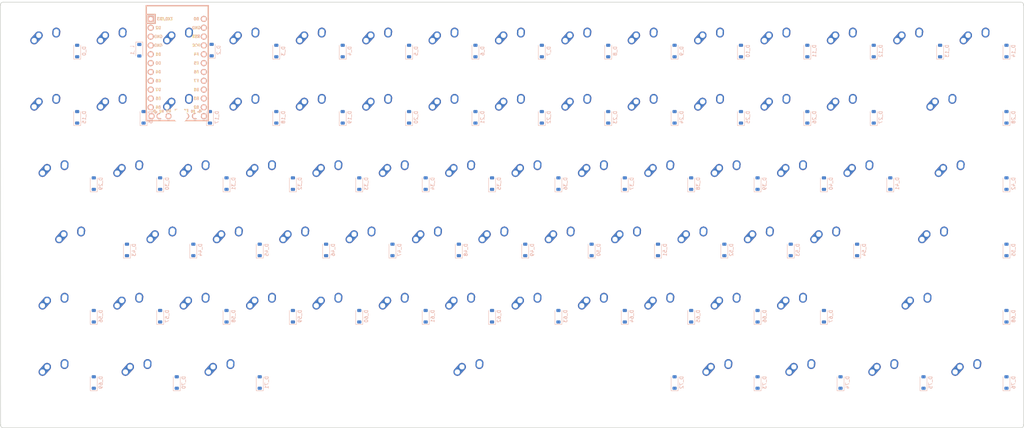
<source format=kicad_pcb>
(kicad_pcb (version 20221018) (generator pcbnew)
  (layers (0 "F.Cu" signal) (31 "B.Cu" signal) (34 "B.Paste" user) (35 "F.Paste" user) (36 "B.SilkS" user "B.Silkscreen") (37 "F.SilkS" user "F.Silkscreen") (38 "B.Mask" user) (39 "F.Mask" user) (44 "Edge.Cuts" user))
  (net 0 "")
  (net 1 "col0")
  (net 2 "col1")
  (net 3 "col2")
  (net 4 "col3")
  (net 5 "col4")
  (net 6 "col5")
  (net 7 "col6")
  (net 8 "col7")
  (net 9 "col8")
  (net 10 "col9")
  (net 11 "col10")
  (net 12 "col11")
  (net 13 "col12")
  (net 14 "col13")
  (net 15 "col14")
  (net 16 "row0")
  (net 17 "row1")
  (net 18 "row2")
  (net 19 "row3")
  (net 20 "row4")
  (net 21 "row5")
  (net 22 "Net-(D_0-A)")
  (net 23 "Net-(D_1-A)")
  (net 24 "Net-(D_2-A)")
  (net 25 "Net-(D_3-A)")
  (net 26 "Net-(D_4-A)")
  (net 27 "Net-(D_5-A)")
  (net 28 "Net-(D_6-A)")
  (net 29 "Net-(D_7-A)")
  (net 30 "Net-(D_8-A)")
  (net 31 "Net-(D_9-A)")
  (net 32 "Net-(D_10-A)")
  (net 33 "Net-(D_11-A)")
  (net 34 "Net-(D_12-A)")
  (net 35 "Net-(D_13-A)")
  (net 36 "Net-(D_14-A)")
  (net 37 "Net-(D_15-A)")
  (net 38 "Net-(D_16-A)")
  (net 39 "Net-(D_17-A)")
  (net 40 "Net-(D_18-A)")
  (net 41 "Net-(D_19-A)")
  (net 42 "Net-(D_20-A)")
  (net 43 "Net-(D_21-A)")
  (net 44 "Net-(D_22-A)")
  (net 45 "Net-(D_23-A)")
  (net 46 "Net-(D_24-A)")
  (net 47 "Net-(D_25-A)")
  (net 48 "Net-(D_26-A)")
  (net 49 "Net-(D_27-A)")
  (net 50 "Net-(D_28-A)")
  (net 51 "Net-(D_29-A)")
  (net 52 "Net-(D_30-A)")
  (net 53 "Net-(D_31-A)")
  (net 54 "Net-(D_32-A)")
  (net 55 "Net-(D_33-A)")
  (net 56 "Net-(D_34-A)")
  (net 57 "Net-(D_35-A)")
  (net 58 "Net-(D_36-A)")
  (net 59 "Net-(D_37-A)")
  (net 60 "Net-(D_38-A)")
  (net 61 "Net-(D_39-A)")
  (net 62 "Net-(D_40-A)")
  (net 63 "Net-(D_41-A)")
  (net 64 "Net-(D_42-A)")
  (net 65 "Net-(D_43-A)")
  (net 66 "Net-(D_44-A)")
  (net 67 "Net-(D_45-A)")
  (net 68 "Net-(D_46-A)")
  (net 69 "Net-(D_47-A)")
  (net 70 "Net-(D_48-A)")
  (net 71 "Net-(D_49-A)")
  (net 72 "Net-(D_50-A)")
  (net 73 "Net-(D_51-A)")
  (net 74 "Net-(D_52-A)")
  (net 75 "Net-(D_53-A)")
  (net 76 "Net-(D_54-A)")
  (net 77 "Net-(D_55-A)")
  (net 78 "Net-(D_56-A)")
  (net 79 "Net-(D_57-A)")
  (net 80 "Net-(D_58-A)")
  (net 81 "Net-(D_59-A)")
  (net 82 "Net-(D_60-A)")
  (net 83 "Net-(D_61-A)")
  (net 84 "Net-(D_62-A)")
  (net 85 "Net-(D_63-A)")
  (net 86 "Net-(D_64-A)")
  (net 87 "Net-(D_65-A)")
  (net 88 "Net-(D_66-A)")
  (net 89 "Net-(D_67-A)")
  (net 90 "Net-(D_68-A)")
  (net 91 "Net-(D_69-A)")
  (net 92 "Net-(D_70-A)")
  (net 93 "Net-(D_71-A)")
  (net 94 "Net-(D_72-A)")
  (net 95 "Net-(D_73-A)")
  (net 96 "Net-(D_74-A)")
  (net 97 "Net-(D_75-A)")
  (net 98 "Net-(D_76-A)")
  (footprint "MX_Alps_Hybrid:MX-1U-NoLED" (layer "F.Cu") (at 258.79375 121.475)
    (fp_text reference "K_53")
    (fp_text value "KEYSW")
  )
  (footprint "MX_Alps_Hybrid:MX-1U-NoLED" (layer "F.Cu") (at 134.96875 102.425)
    (fp_text reference "K_33")
    (fp_text value "KEYSW")
  )
  (footprint "MX_Alps_Hybrid:MX-1U-NoLED" (layer "F.Cu") (at 282.60625 83.375)
    (fp_text reference "K_27")
    (fp_text value "KEYSW")
  )
  (footprint "MX_Alps_Hybrid:MX-1U-NoLED" (layer "F.Cu") (at 244.50625 64.325)
    (fp_text reference "K_10")
    (fp_text value "KEYSW")
  )
  (footprint "MX_Alps_Hybrid:MX-1U-NoLED" (layer "F.Cu") (at 96.86875 140.525)
    (fp_text reference "K_58")
    (fp_text value "KEYSW")
  )
  (footprint "MX_Alps_Hybrid:MX-1U-NoLED" (layer "F.Cu") (at 249.26875 140.525)
    (fp_text reference "K_66")
    (fp_text value "KEYSW")
  )
  (footprint "MX_Alps_Hybrid:MX-1U-NoLED" (layer "F.Cu") (at 77.81875 102.425)
    (fp_text reference "K_30")
    (fp_text value "KEYSW")
  )
  (footprint "MX_Alps_Hybrid:MX-1U-NoLED" (layer "F.Cu") (at 54.00625 83.375)
    (fp_text reference "K_15")
    (fp_text value "KEYSW")
  )
  (footprint "MX_Alps_Hybrid:MX-1U-NoLED" (layer "F.Cu") (at 206.40625 83.375)
    (fp_text reference "K_23")
    (fp_text value "KEYSW")
  )
  (footprint "MX_Alps_Hybrid:MX-1U-NoLED" (layer "F.Cu") (at 263.55625 83.375)
    (fp_text reference "K_26")
    (fp_text value "KEYSW")
  )
  (footprint "MX_Alps_Hybrid:MX-1U-NoLED" (layer "F.Cu") (at 320.70625 64.325)
    (fp_text reference "K_14")
    (fp_text value "KEYSW")
  )
  (footprint "MX_Alps_Hybrid:MX-1U-NoLED" (layer "F.Cu") (at 168.30625 64.325)
    (fp_text reference "K_6")
    (fp_text value "KEYSW")
  )
  (footprint "MX_Alps_Hybrid:MX-1.75U-NoLED" (layer "F.Cu") (at 313.5625 102.425)
    (fp_text reference "K_42")
    (fp_text value "KEYSW")
  )
  (footprint "MX_Alps_Hybrid:MX-1.25U-NoLED" (layer "F.Cu") (at 270.7 159.575)
    (fp_text reference "K_74")
    (fp_text value "KEYSW")
  )
  (footprint "MX_Alps_Hybrid:MX-1U-NoLED" (layer "F.Cu") (at 201.64375 121.475)
    (fp_text reference "K_50")
    (fp_text value "KEYSW")
  )
  (footprint "MX_Alps_Hybrid:MX-1U-NoLED" (layer "F.Cu") (at 249.26875 102.425)
    (fp_text reference "K_39")
    (fp_text value "KEYSW")
  )
  (footprint "MX_Alps_Hybrid:MX-1U-NoLED" (layer "F.Cu") (at 192.11875 102.425)
    (fp_text reference "K_36")
    (fp_text value "KEYSW")
  )
  (footprint "MX_Alps_Hybrid:MX-1U-NoLED" (layer "F.Cu") (at 282.60625 64.325)
    (fp_text reference "K_12")
    (fp_text value "KEYSW")
  )
  (footprint "MX_Alps_Hybrid:MX-1.25U-NoLED" (layer "F.Cu") (at 246.8875 159.575)
    (fp_text reference "K_73")
    (fp_text value "KEYSW")
  )
  (footprint "MX_Alps_Hybrid:MX-1.25U-NoLED" (layer "F.Cu") (at 80.2 159.575)
    (fp_text reference "K_70")
    (fp_text value "KEYSW")
  )
  (footprint "MX_Alps_Hybrid:MX-1.75U-NoLED" (layer "F.Cu") (at 61.15 121.475)
    (fp_text reference "K_43")
    (fp_text value "KEYSW")
  )
  (footprint "MX_Alps_Hybrid:MX-1U-NoLED" (layer "F.Cu") (at 225.45625 83.375)
    (fp_text reference "K_24")
    (fp_text value "KEYSW")
  )
  (footprint "MX_Alps_Hybrid:MX-1U-NoLED" (layer "F.Cu") (at 239.74375 121.475)
    (fp_text reference "K_52")
    (fp_text value "KEYSW")
  )
  (footprint "MX_Alps_Hybrid:MX-1U-NoLED" (layer "F.Cu") (at 163.54375 121.475)
    (fp_text reference "K_48")
    (fp_text value "KEYSW")
  )
  (footprint "MX_Alps_Hybrid:MX-1U-NoLED" (layer "F.Cu") (at 277.84375 121.475)
    (fp_text reference "K_54")
    (fp_text value "KEYSW")
  )
  (footprint "MX_Alps_Hybrid:MX-1U-NoLED" (layer "F.Cu") (at 192.11875 140.525)
    (fp_text reference "K_63")
    (fp_text value "KEYSW")
  )
  (footprint "Keebio-Parts:Elite-C" (layer "F.Cu") (at 91.258725 69.571555 -90)
    (fp_text reference "U1" hide)
    (fp_text value "Elite-C" hide)
  )
  (footprint "MX_Alps_Hybrid:MX-1U-NoLED" (layer "F.Cu") (at 115.91875 102.425)
    (fp_text reference "K_32")
    (fp_text value "KEYSW")
  )
  (footprint "MX_Alps_Hybrid:MX-1U-NoLED" (layer "F.Cu") (at 115.91875 140.525)
    (fp_text reference "K_59")
    (fp_text value "KEYSW")
  )
  (footprint "MX_Alps_Hybrid:MX-1U-NoLED" (layer "F.Cu") (at 187.35625 64.325)
    (fp_text reference "K_7")
    (fp_text value "KEYSW")
  )
  (footprint "MX_Alps_Hybrid:MX-6.25U-NoLED" (layer "F.Cu") (at 175.45 159.575)
    (fp_text reference "K_72")
    (fp_text value "KEYSW")
  )
  (footprint "MX_Alps_Hybrid:MX-1U-NoLED" (layer "F.Cu") (at 125.44375 121.475)
    (fp_text reference "K_46")
    (fp_text value "KEYSW")
  )
  (footprint "MX_Alps_Hybrid:MX-1.25U-NoLED" (layer "F.Cu") (at 56.3875 102.425)
    (fp_text reference "K_29")
    (fp_text value "KEYSW")
  )
  (footprint "MX_Alps_Hybrid:MX-1U-NoLED" (layer "F.Cu") (at 225.45625 64.325)
    (fp_text reference "K_9")
    (fp_text value "KEYSW")
  )
  (footprint "MX_Alps_Hybrid:MX-1U-NoLED" (layer "F.Cu") (at 134.96875 140.525)
    (fp_text reference "K_60")
    (fp_text value "KEYSW")
  )
  (footprint "MX_Alps_Hybrid:MX-1U-NoLED" (layer "F.Cu") (at 268.31875 102.425)
    (fp_text reference "K_40")
    (fp_text value "KEYSW")
  )
  (footprint "MX_Alps_Hybrid:MX-1U-NoLED" (layer "F.Cu") (at 92.10625 64.325)
    (fp_text reference "K_2")
    (fp_text value "KEYSW")
  )
  (footprint "MX_Alps_Hybrid:MX-1U-NoLED" (layer "F.Cu") (at 96.86875 102.425)
    (fp_text reference "K_31")
    (fp_text value "KEYSW")
  )
  (footprint "MX_Alps_Hybrid:MX-1U-NoLED" (layer "F.Cu") (at 168.30625 83.375)
    (fp_text reference "K_21")
    (fp_text value "KEYSW")
  )
  (footprint "MX_Alps_Hybrid:MX-1U-NoLED" (layer "F.Cu") (at 244.50625 83.375)
    (fp_text reference "K_25")
    (fp_text value "KEYSW")
  )
  (footprint "MX_Alps_Hybrid:MX-1U-NoLED" (layer "F.Cu") (at 111.15625 83.375)
    (fp_text reference "K_18")
    (fp_text value "KEYSW")
  )
  (footprint "MX_Alps_Hybrid:MX-1U-NoLED" (layer "F.Cu") (at 211.16875 102.425)
    (fp_text reference "K_37")
    (fp_text value "KEYSW")
  )
  (footprint "MX_Alps_Hybrid:MX-1U-NoLED" (layer "F.Cu") (at 77.81875 140.525)
    (fp_text reference "K_57")
    (fp_text value "KEYSW")
  )
  (footprint "MX_Alps_Hybrid:MX-1U-NoLED" (layer "F.Cu") (at 268.31875 140.525)
    (fp_text reference "K_67")
    (fp_text value "KEYSW")
  )
  (footprint "MX_Alps_Hybrid:MX-1U-NoLED" (layer "F.Cu") (at 154.01875 102.425)
    (fp_text reference "K_34")
    (fp_text value "KEYSW")
  )
  (footprint "MX_Alps_Hybrid:MX-1U-NoLED" (layer "F.Cu") (at 263.55625 64.325)
    (fp_text reference "K_11")
    (fp_text value "KEYSW")
  )
  (footprint "MX_Alps_Hybrid:MX-1.25U-NoLED" (layer "F.Cu") (at 56.3875 159.575)
    (fp_text reference "K_69")
    (fp_text value "KEYSW")
  )
  (footprint "MX_Alps_Hybrid:MX-1U-NoLED" (layer "F.Cu") (at 230.21875 102.425)
    (fp_text reference "K_38")
    (fp_text value "KEYSW")
  )
  (footprint "MX_Alps_Hybrid:MX-1U-NoLED" (layer "F.Cu") (at 111.15625 64.325)
    (fp_text reference "K_3")
    (fp_text value "KEYSW")
  )
  (footprint "MX_Alps_Hybrid:MX-1U-NoLED" (layer "F.Cu") (at 173.06875 102.425)
    (fp_text reference "K_35")
    (fp_text value "KEYSW")
  )
  (footprint "MX_Alps_Hybrid:MX-1.25U-NoLED" (layer "F.Cu") (at 318.325 159.575)
    (fp_text reference "K_76")
    (fp_text value "KEYSW")
  )
  (footprint "MX_Alps_Hybrid:MX-1U-NoLED" (layer "F.Cu") (at 301.65625 64.325)
    (fp_text reference "K_13")
    (fp_text value "KEYSW")
  )
  (footprint "MX_Alps_Hybrid:MX-1U-NoLED" (layer "F.Cu") (at 220.69375 121.475)
    (fp_text reference "K_51")
    (fp_text value "KEYSW")
  )
  (footprint "MX_Alps_Hybrid:MX-2.75U-NoLED" (layer "F.Cu") (at 304.0375 140.525)
    (fp_text reference "K_68")
    (fp_text value "KEYSW")
  )
  (footprint "MX_Alps_Hybrid:MX-1.25U-NoLED" (layer "F.Cu") (at 104.0125 159.575)
    (fp_text reference "K_71")
    (fp_text value "KEYSW")
  )
  (footprint "MX_Alps_Hybrid:MX-1U-NoLED" (layer "F.Cu") (at 149.25625 83.375)
    (fp_text reference "K_20")
    (fp_text value "KEYSW")
  )
  (footprint "MX_Alps_Hybrid:MX-1U-NoLED" (layer "F.Cu") (at 73.05625 83.375)
    (fp_text reference "K_16")
    (fp_text value "KEYSW")
  )
  (footprint "MX_Alps_Hybrid:MX-1U-NoLED" (layer "F.Cu") (at 144.49375 121.475)
    (fp_text reference "K_47")
    (fp_text value "KEYSW")
  )
  (footprint "MX_Alps_Hybrid:MX-1U-NoLED" (layer "F.Cu") (at 154.01875 140.525)
    (fp_text reference "K_61")
    (fp_text value "KEYSW")
  )
  (footprint "MX_Alps_Hybrid:MX-1U-NoLED" (layer "F.Cu") (at 182.59375 121.475)
    (fp_text reference "K_49")
    (fp_text value "KEYSW")
  )
  (footprint "MX_Alps_Hybrid:MX-1U-NoLED" (layer "F.Cu") (at 206.40625 64.325)
    (fp_text reference "K_8")
    (fp_text value "KEYSW")
  )
  (footprint "MX_Alps_Hybrid:MX-1U-NoLED" (layer "F.Cu") (at 130.20625 64.325)
    (fp_text reference "K_4")
    (fp_text value "KEYSW")
  )
  (footprint "MX_Alps_Hybrid:MX-1.25U-NoLED" (layer "F.Cu") (at 56.3875 140.525)
    (fp_text reference "K_56")
    (fp_text value "KEYSW")
  )
  (footprint "MX_Alps_Hybrid:MX-1U-NoLED" (layer "F.Cu") (at 54.00625 64.325)
    (fp_text reference "K_0")
    (fp_text value "KEYSW")
  )
  (footprint "MX_Alps_Hybrid:MX-1U-NoLED" (layer "F.Cu") (at 106.39375 121.475)
    (fp_text reference "K_45")
    (fp_text value "KEYSW")
  )
  (footprint "MX_Alps_Hybrid:MX-1U-NoLED" (layer "F.Cu") (at 87.34375 121.475)
    (fp_text reference "K_44")
    (fp_text value "KEYSW")
  )
  (footprint "MX_Alps_Hybrid:MX-1U-NoLED" (layer "F.Cu") (at 73.05625 64.325)
    (fp_text reference "K_1")
    (fp_text value "KEYSW")
  )
  (footprint "MX_Alps_Hybrid:MX-1U-NoLED" (layer "F.Cu") (at 92.10625 83.375)
    (fp_text reference "K_17")
    (fp_text value "KEYSW")
  )
  (footprint "MX_Alps_Hybrid:MX-1U-NoLED" (layer "F.Cu") (at 230.21875 140.525)
    (fp_text reference "K_65")
    (fp_text value "KEYSW")
  )
  (footprint "MX_Alps_Hybrid:MX-1U-NoLED" (layer "F.Cu") (at 149.25625 64.325)
    (fp_text reference "K_5")
    (fp_text value "KEYSW")
  )
  (footprint "MX_Alps_Hybrid:MX-1.25U-NoLED" (layer "F.Cu") (at 294.5125 159.575)
    (fp_text reference "K_75")
    (fp_text value "KEYSW")
  )
  (footprint "MX_Alps_Hybrid:MX-1U-NoLED" (layer "F.Cu") (at 130.20625 83.375)
    (fp_text reference "K_19")
    (fp_text value "KEYSW")
  )
  (footprint "MX_Alps_Hybrid:MX-1U-NoLED" (layer "F.Cu") (at 187.35625 83.375)
    (fp_text reference "K_22")
    (fp_text value "KEYSW")
  )
  (footprint "MX_Alps_Hybrid:MX-2U-NoLED" (layer "F.Cu") (at 311.18125 83.375)
    (fp_text reference "K_28")
    (fp_text value "KEYSW")
  )
  (footprint "MX_Alps_Hybrid:MX-2.25U-NoLED" (layer "F.Cu") (at 308.8 121.475)
    (fp_text reference "K_55")
    (fp_text value "KEYSW")
  )
  (footprint "MX_Alps_Hybrid:MX-1U-NoLED" (layer "F.Cu") (at 173.06875 140.525)
    (fp_text reference "K_62")
    (fp_text value "KEYSW")
  )
  (footprint "MX_Alps_Hybrid:MX-1U-NoLED" (layer "F.Cu") (at 211.16875 140.525)
    (fp_text reference "K_64")
    (fp_text value "KEYSW")
  )
  (footprint "MX_Alps_Hybrid:MX-1U-NoLED" (layer "F.Cu") (at 287.36875 102.425)
    (fp_text reference "K_41")
    (fp_text value "KEYSW")
  )
  (footprint "Diode_SMD:D_SOD-123" (layer "B.Cu") (at 119.68125 83.875 90)
    (fp_text reference "D_18")
    (fp_text value "D")
  )
  (footprint "Diode_SMD:D_SOD-123" (layer "B.Cu") (at 295.89375 102.925 90)
    (fp_text reference "D_41")
    (fp_text value "D")
  )
  (footprint "Diode_SMD:D_SOD-123" (layer "B.Cu") (at 100.63125 83.875 90)
    (fp_text reference "D_17")
    (fp_text value "D")
  )
  (footprint "Diode_SMD:D_SOD-123" (layer "B.Cu") (at 276.84375 141.025 90)
    (fp_text reference "D_67")
    (fp_text value "D")
  )
  (footprint "Diode_SMD:D_SOD-123" (layer "B.Cu") (at 229.21875 121.975 90)
    (fp_text reference "D_51")
    (fp_text value "D")
  )
  (footprint "Diode_SMD:D_SOD-123" (layer "B.Cu") (at 138.73125 83.875 90)
    (fp_text reference "D_19")
    (fp_text value "D")
  )
  (footprint "Diode_SMD:D_SOD-123" (layer "B.Cu") (at 272.08125 83.875 90)
    (fp_text reference "D_26")
    (fp_text value "D")
  )
  (footprint "Diode_SMD:D_SOD-123" (layer "B.Cu") (at 162.54375 141.025 90)
    (fp_text reference "D_61")
    (fp_text value "D")
  )
  (footprint "Diode_SMD:D_SOD-123" (layer "B.Cu") (at 133.96875 121.975 90)
    (fp_text reference "D_46")
    (fp_text value "D")
  )
  (footprint "Diode_SMD:D_SOD-123" (layer "B.Cu") (at 181.59375 102.925 90)
    (fp_text reference "D_35")
    (fp_text value "D")
  )
  (footprint "Diode_SMD:D_SOD-123" (layer "B.Cu") (at 329.23125 141.025 90)
    (fp_text reference "D_68")
    (fp_text value "D")
  )
  (footprint "Diode_SMD:D_SOD-123" (layer "B.Cu") (at 291.13125 64.825 90)
    (fp_text reference "D_12")
    (fp_text value "D")
  )
  (footprint "Diode_SMD:D_SOD-123" (layer "B.Cu") (at 195.88125 64.825 90)
    (fp_text reference "D_7")
    (fp_text value "D")
  )
  (footprint "Diode_SMD:D_SOD-123" (layer "B.Cu") (at 153.01875 121.975 90)
    (fp_text reference "D_47")
    (fp_text value "D")
  )
  (footprint "Diode_SMD:D_SOD-123" (layer "B.Cu") (at 257.79375 160.075 90)
    (fp_text reference "D_73")
    (fp_text value "D")
  )
  (footprint "Diode_SMD:D_SOD-123" (layer "B.Cu") (at 233.98125 64.825 90)
    (fp_text reference "D_9")
    (fp_text value "D")
  )
  (footprint "Diode_SMD:D_SOD-123" (layer "B.Cu") (at 101.123538 64.555764 90)
    (fp_text reference "D_2")
    (fp_text value "D")
  )
  (footprint "Diode_SMD:D_SOD-123" (layer "B.Cu") (at 80.368869 64.595147 -90)
    (fp_text reference "D_1")
    (fp_text value "D")
  )
  (footprint "Diode_SMD:D_SOD-123" (layer "B.Cu") (at 200.64375 102.925 90)
    (fp_text reference "D_36")
    (fp_text value "D")
  )
  (footprint "Diode_SMD:D_SOD-123" (layer "B.Cu") (at 181.59375 141.025 90)
    (fp_text reference "D_62")
    (fp_text value "D")
  )
  (footprint "Diode_SMD:D_SOD-123" (layer "B.Cu") (at 267.31875 121.975 90)
    (fp_text reference "D_53")
    (fp_text value "D")
  )
  (footprint "Diode_SMD:D_SOD-123" (layer "B.Cu") (at 76.81875 121.975 90)
    (fp_text reference "D_43")
    (fp_text value "D")
  )
  (footprint "Diode_SMD:D_SOD-123" (layer "B.Cu") (at 281.60625 160.075 90)
    (fp_text reference "D_74")
    (fp_text value "D")
  )
  (footprint "Diode_SMD:D_SOD-123" (layer "B.Cu") (at 62.53125 83.875 90)
    (fp_text reference "D_15")
    (fp_text value "D")
  )
  (footprint "Diode_SMD:D_SOD-123" (layer "B.Cu") (at 105.39375 141.025 90)
    (fp_text reference "D_58")
    (fp_text value "D")
  )
  (footprint "Diode_SMD:D_SOD-123" (layer "B.Cu") (at 257.79375 102.925 90)
    (fp_text reference "D_39")
    (fp_text value "D")
  )
  (footprint "Diode_SMD:D_SOD-123" (layer "B.Cu") (at 138.73125 64.825 90)
    (fp_text reference "D_4")
    (fp_text value "D")
  )
  (footprint "Diode_SMD:D_SOD-123" (layer "B.Cu") (at 233.98125 83.875 90)
    (fp_text reference "D_24")
    (fp_text value "D")
  )
  (footprint "Diode_SMD:D_SOD-123" (layer "B.Cu") (at 257.79375 141.025 90)
    (fp_text reference "D_66")
    (fp_text value "D")
  )
  (footprint "Diode_SMD:D_SOD-123" (layer "B.Cu") (at 238.74375 141.025 90)
    (fp_text reference "D_65")
    (fp_text value "D")
  )
  (footprint "Diode_SMD:D_SOD-123" (layer "B.Cu") (at 105.39375 102.925 90)
    (fp_text reference "D_31")
    (fp_text value "D")
  )
  (footprint "Diode_SMD:D_SOD-123" (layer "B.Cu") (at 143.49375 141.025 90)
    (fp_text reference "D_60")
    (fp_text value "D")
  )
  (footprint "Diode_SMD:D_SOD-123" (layer "B.Cu") (at 291.13125 83.875 90)
    (fp_text reference "D_27")
    (fp_text value "D")
  )
  (footprint "Diode_SMD:D_SOD-123" (layer "B.Cu") (at 238.74375 102.925 90)
    (fp_text reference "D_38")
    (fp_text value "D")
  )
  (footprint "Diode_SMD:D_SOD-123" (layer "B.Cu") (at 95.86875 121.975 90)
    (fp_text reference "D_44")
    (fp_text value "D")
  )
  (footprint "Diode_SMD:D_SOD-123" (layer "B.Cu") (at 124.44375 141.025 90)
    (fp_text reference "D_59")
    (fp_text value "D")
  )
  (footprint "Diode_SMD:D_SOD-123" (layer "B.Cu") (at 210.16875 121.975 90)
    (fp_text reference "D_50")
    (fp_text value "D")
  )
  (footprint "Diode_SMD:D_SOD-123" (layer "B.Cu") (at 214.93125 64.825 90)
    (fp_text reference "D_8")
    (fp_text value "D")
  )
  (footprint "Diode_SMD:D_SOD-123" (layer "B.Cu") (at 276.84375 102.925 90)
    (fp_text reference "D_40")
    (fp_text value "D")
  )
  (footprint "Diode_SMD:D_SOD-123" (layer "B.Cu") (at 191.11875 121.975 90)
    (fp_text reference "D_49")
    (fp_text value "D")
  )
  (footprint "Diode_SMD:D_SOD-123" (layer "B.Cu") (at 219.69375 102.925 90)
    (fp_text reference "D_37")
    (fp_text value "D")
  )
  (footprint "Diode_SMD:D_SOD-123" (layer "B.Cu") (at 91.10625 160.075 90)
    (fp_text reference "D_70")
    (fp_text value "D")
  )
  (footprint "Diode_SMD:D_SOD-123" (layer "B.Cu") (at 195.88125 83.875 90)
    (fp_text reference "D_22")
    (fp_text value "D")
  )
  (footprint "Diode_SMD:D_SOD-123" (layer "B.Cu") (at 329.23125 160.075 90)
    (fp_text reference "D_76")
    (fp_text value "D")
  )
  (footprint "Diode_SMD:D_SOD-123" (layer "B.Cu") (at 219.69375 141.025 90)
    (fp_text reference "D_64")
    (fp_text value "D")
  )
  (footprint "Diode_SMD:D_SOD-123" (layer "B.Cu") (at 176.83125 64.825 90)
    (fp_text reference "D_6")
    (fp_text value "D")
  )
  (footprint "Diode_SMD:D_SOD-123" (layer "B.Cu") (at 329.23125 64.825 90)
    (fp_text reference "D_14")
    (fp_text value "D")
  )
  (footprint "Diode_SMD:D_SOD-123" (layer "B.Cu") (at 214.93125 83.875 90)
    (fp_text reference "D_23")
    (fp_text value "D")
  )
  (footprint "Diode_SMD:D_SOD-123" (layer "B.Cu") (at 286.36875 121.975 90)
    (fp_text reference "D_54")
    (fp_text value "D")
  )
  (footprint "Diode_SMD:D_SOD-123" (layer "B.Cu") (at 329.23125 102.925 90)
    (fp_text reference "D_42")
    (fp_text value "D")
  )
  (footprint "Diode_SMD:D_SOD-123" (layer "B.Cu") (at 157.78125 83.875 90)
    (fp_text reference "D_20")
    (fp_text value "D")
  )
  (footprint "Diode_SMD:D_SOD-123" (layer "B.Cu") (at 157.78125 64.825 90)
    (fp_text reference "D_5")
    (fp_text value "D")
  )
  (footprint "Diode_SMD:D_SOD-123" (layer "B.Cu") (at 253.03125 64.825 90)
    (fp_text reference "D_10")
    (fp_text value "D")
  )
  (footprint "Diode_SMD:D_SOD-123" (layer "B.Cu") (at 67.29375 102.925 90)
    (fp_text reference "D_29")
    (fp_text value "D")
  )
  (footprint "Diode_SMD:D_SOD-123" (layer "B.Cu") (at 114.91875 121.975 90)
    (fp_text reference "D_45")
    (fp_text value "D")
  )
  (footprint "Diode_SMD:D_SOD-123" (layer "B.Cu") (at 62.53125 64.825 90)
    (fp_text reference "D_0")
    (fp_text value "D")
  )
  (footprint "Diode_SMD:D_SOD-123" (layer "B.Cu") (at 172.06875 121.975 90)
    (fp_text reference "D_48")
    (fp_text value "D")
  )
  (footprint "Diode_SMD:D_SOD-123" (layer "B.Cu") (at 200.64375 141.025 90)
    (fp_text reference "D_63")
    (fp_text value "D")
  )
  (footprint "Diode_SMD:D_SOD-123" (layer "B.Cu") (at 329.23125 83.875 90)
    (fp_text reference "D_28")
    (fp_text value "D")
  )
  (footprint "Diode_SMD:D_SOD-123" (layer "B.Cu") (at 81.58125 83.875 90)
    (fp_text reference "D_16")
    (fp_text value "D")
  )
  (footprint "Diode_SMD:D_SOD-123" (layer "B.Cu") (at 114.91875 160.075 90)
    (fp_text reference "D_71")
    (fp_text value "D")
  )
  (footprint "Diode_SMD:D_SOD-123" (layer "B.Cu") (at 119.68125 64.825 90)
    (fp_text reference "D_3")
    (fp_text value "D")
  )
  (footprint "Diode_SMD:D_SOD-123" (layer "B.Cu") (at 310.18125 64.825 90)
    (fp_text reference "D_13")
    (fp_text value "D")
  )
  (footprint "Diode_SMD:D_SOD-123" (layer "B.Cu") (at 124.44375 102.925 90)
    (fp_text reference "D_32")
    (fp_text value "D")
  )
  (footprint "Diode_SMD:D_SOD-123" (layer "B.Cu") (at 86.34375 102.925 90)
    (fp_text reference "D_30")
    (fp_text value "D")
  )
  (footprint "Diode_SMD:D_SOD-123" (layer "B.Cu") (at 67.29375 141.025 90)
    (fp_text reference "D_56")
    (fp_text value "D")
  )
  (footprint "Diode_SMD:D_SOD-123" (layer "B.Cu") (at 143.49375 102.925 90)
    (fp_text reference "D_33")
    (fp_text value "D")
  )
  (footprint "Diode_SMD:D_SOD-123" (layer "B.Cu") (at 86.34375 141.025 90)
    (fp_text reference "D_57")
    (fp_text value "D")
  )
  (footprint "Diode_SMD:D_SOD-123" (layer "B.Cu") (at 329.23125 121.975 90)
    (fp_text reference "D_55")
    (fp_text value "D")
  )
  (footprint "Diode_SMD:D_SOD-123" (layer "B.Cu") (at 253.03125 83.875 90)
    (fp_text reference "D_25")
    (fp_text value "D")
  )
  (footprint "Diode_SMD:D_SOD-123" (layer "B.Cu") (at 162.54375 102.925 90)
    (fp_text reference "D_34")
    (fp_text value "D")
  )
  (footprint "Diode_SMD:D_SOD-123" (layer "B.Cu") (at 272.08125 64.825 90)
    (fp_text reference "D_11")
    (fp_text value "D")
  )
  (footprint "Diode_SMD:D_SOD-123" (layer "B.Cu") (at 233.98125 160.075 90)
    (fp_text reference "D_72")
    (fp_text value "D")
  )
  (footprint "Diode_SMD:D_SOD-123" (layer "B.Cu") (at 248.26875 121.975 90)
    (fp_text reference "D_52")
    (fp_text value "D")
  )
  (footprint "Diode_SMD:D_SOD-123" (layer "B.Cu") (at 305.41875 160.075 90)
    (fp_text reference "D_75")
    (fp_text value "D")
  )
  (footprint "Diode_SMD:D_SOD-123" (layer "B.Cu") (at 176.83125 83.875 90)
    (fp_text reference "D_21")
    (fp_text value "D")
  )
  (footprint "Diode_SMD:D_SOD-123" (layer "B.Cu") (at 67.29375 160.075 90)
    (fp_text reference "D_69")
    (fp_text value "D")
  )
  (gr_arc (start 334.16875 172.285735) (mid 334.16875 172.285735) (end 334.16875 172.285735) (stroke (width 0.2)) (layer "Edge.Cuts"))
  (gr_arc (start 41.328265 173.079484) (mid 40.767 172.847) (end 40.534516 172.285735) (stroke (width 0.2)) (layer "Edge.Cuts"))
  (gr_arc (start 333.375 50.800001) (mid 333.936265 51.032485) (end 334.168749 51.59375) (stroke (width 0.2)) (layer "Edge.Cuts"))
  (gr_line (start 40.534516 172.285735) (end 40.48125 51.59375) (stroke (width 0.2)) (layer "Edge.Cuts"))
  (gr_arc (start 40.48125 51.59375) (mid 40.48125 51.59375) (end 40.48125 51.59375) (stroke (width 0.2)) (layer "Edge.Cuts"))
  (gr_line (start 334.168749 51.59375) (end 334.16875 172.24375) (stroke (width 0.2)) (layer "Edge.Cuts"))
  (gr_line (start 41.275 50.8) (end 333.375 50.8) (stroke (width 0.2)) (layer "Edge.Cuts"))
  (gr_line (start 333.375 173.079484) (end 41.328265 173.079484) (stroke (width 0.2)) (layer "Edge.Cuts"))
  (gr_arc (start 40.534516 172.285735) (mid 40.534516 172.285735) (end 40.534516 172.285735) (stroke (width 0.2)) (layer "Edge.Cuts"))
  (gr_arc (start 40.48125 51.59375) (mid 40.713734 51.032484) (end 41.275 50.8) (stroke (width 0.2)) (layer "Edge.Cuts"))
  (gr_arc (start 334.168749 51.59375) (mid 334.168749 51.59375) (end 334.168749 51.59375) (stroke (width 0.2)) (layer "Edge.Cuts"))
  (gr_arc (start 334.16875 172.285735) (mid 333.936266 172.847) (end 333.375001 173.079484) (stroke (width 0.2)) (layer "Edge.Cuts"))
)
</source>
